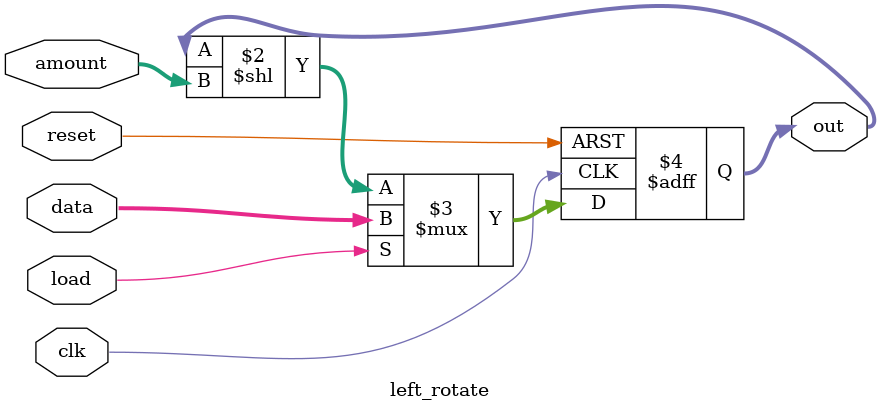
<source format=v>
module left_rotate(clk,reset,amount,data,load,out);
input clk,reset;
input [2:0] amount;
input [7:0] data;
input load;
output reg [7:0] out;
// when load is high, load data to out
// shift left and rotate the register out by amount bits
always @(posedge clk or posedge reset)
begin
	if (reset)
	begin
	out <= 0;
	end
	else begin
	out <= (load)?data:out << amount;
	end
end
endmodule

</source>
